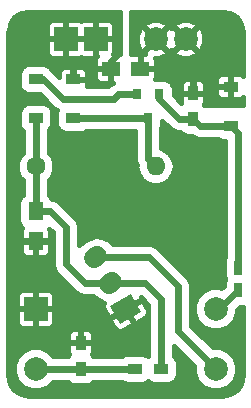
<source format=gbr>
G04 #@! TF.FileFunction,Copper,L1,Top,Signal*
%FSLAX46Y46*%
G04 Gerber Fmt 4.6, Leading zero omitted, Abs format (unit mm)*
G04 Created by KiCad (PCBNEW 4.0.7) date 03/18/18 11:32:05*
%MOMM*%
%LPD*%
G01*
G04 APERTURE LIST*
%ADD10C,0.100000*%
%ADD11R,0.750000X1.200000*%
%ADD12R,1.200000X0.900000*%
%ADD13C,1.730000*%
%ADD14R,0.800000X0.900000*%
%ADD15R,0.900000X1.200000*%
%ADD16R,2.000000X2.000000*%
%ADD17C,2.000000*%
%ADD18R,1.500000X1.250000*%
%ADD19R,1.250000X1.500000*%
%ADD20C,1.600000*%
%ADD21O,1.600000X1.600000*%
%ADD22C,0.600000*%
%ADD23C,0.400000*%
G04 APERTURE END LIST*
D10*
D11*
X20955000Y-23180000D03*
X20955000Y-25080000D03*
D12*
X20320000Y-7875000D03*
X20320000Y-11175000D03*
X6985000Y-10540000D03*
X6985000Y-7240000D03*
X3810000Y-7240000D03*
X3810000Y-10540000D03*
D10*
G36*
X11876516Y-25413388D02*
X12741516Y-26911612D01*
X10983484Y-27926612D01*
X10118484Y-26428388D01*
X11876516Y-25413388D01*
X11876516Y-25413388D01*
G37*
D13*
X10289904Y-24395295D02*
X10030096Y-24545295D01*
X9019904Y-22195591D02*
X8760096Y-22345591D01*
D14*
X14285000Y-8525000D03*
X12385000Y-8525000D03*
X13335000Y-10525000D03*
D15*
X17145000Y-8425000D03*
X17145000Y-10625000D03*
D12*
X14435000Y-31750000D03*
X12235000Y-31750000D03*
D15*
X7620000Y-31750000D03*
X7620000Y-29550000D03*
D16*
X8890000Y-3810000D03*
D17*
X3810000Y-31750000D03*
D16*
X3810000Y-26670000D03*
X6350000Y-3810000D03*
D17*
X13970000Y-3810000D03*
X16510000Y-3810000D03*
X19050000Y-31750000D03*
X19050000Y-26670000D03*
D18*
X12680000Y-6350000D03*
X10180000Y-6350000D03*
D19*
X3810000Y-18435000D03*
X3810000Y-20935000D03*
D20*
X3810000Y-14605000D03*
D21*
X13970000Y-14605000D03*
D22*
X3810000Y-7240000D02*
X4446000Y-7240000D01*
X10795000Y-8525000D02*
X12385000Y-8525000D01*
X10430000Y-8890000D02*
X10795000Y-8525000D01*
X6096000Y-8890000D02*
X10430000Y-8890000D01*
X4446000Y-7240000D02*
X6096000Y-8890000D01*
X3810000Y-7240000D02*
X3938000Y-7240000D01*
X10180000Y-6350000D02*
X10180000Y-5695000D01*
X10180000Y-5695000D02*
X10795000Y-5080000D01*
X12235000Y-31750000D02*
X7620000Y-31750000D01*
X3810000Y-31750000D02*
X7620000Y-31750000D01*
X8890000Y-22270591D02*
X13380591Y-22270591D01*
X15875000Y-28575000D02*
X19050000Y-31750000D01*
X15875000Y-24765000D02*
X15875000Y-28575000D01*
X13380591Y-22270591D02*
X15875000Y-24765000D01*
X19050000Y-26670000D02*
X19365000Y-26670000D01*
X19365000Y-26670000D02*
X20955000Y-25080000D01*
X20955000Y-23180000D02*
X20955000Y-11810000D01*
X20955000Y-11810000D02*
X20320000Y-11175000D01*
X20320000Y-11175000D02*
X20320000Y-11176000D01*
X20320000Y-11175000D02*
X17695000Y-11175000D01*
X17695000Y-11175000D02*
X17145000Y-10625000D01*
X14285000Y-8525000D02*
X14285000Y-8951000D01*
X14285000Y-8951000D02*
X15959000Y-10625000D01*
X15959000Y-10625000D02*
X17145000Y-10625000D01*
X13040295Y-24470295D02*
X14435000Y-25865000D01*
X14435000Y-25865000D02*
X14435000Y-31750000D01*
X10160000Y-24470295D02*
X13040295Y-24470295D01*
X3810000Y-18435000D02*
X5060000Y-18435000D01*
X7960295Y-24470295D02*
X10160000Y-24470295D01*
X6350000Y-22860000D02*
X7960295Y-24470295D01*
X6350000Y-19725000D02*
X6350000Y-22860000D01*
X5060000Y-18435000D02*
X6350000Y-19725000D01*
X3810000Y-14605000D02*
X3810000Y-18435000D01*
X3810000Y-10540000D02*
X3810000Y-14605000D01*
X13335000Y-10525000D02*
X13335000Y-13970000D01*
X13335000Y-13970000D02*
X13970000Y-14605000D01*
X6985000Y-10540000D02*
X13320000Y-10540000D01*
D23*
G36*
X20315607Y-1652578D02*
X20850211Y-2009789D01*
X21207422Y-2544393D01*
X21350000Y-3261179D01*
X21350000Y-7006472D01*
X21259873Y-6916345D01*
X21039348Y-6825000D01*
X20520000Y-6825000D01*
X20370000Y-6975000D01*
X20370000Y-7825000D01*
X20390000Y-7825000D01*
X20390000Y-7925000D01*
X20370000Y-7925000D01*
X20370000Y-8775000D01*
X20520000Y-8925000D01*
X21039348Y-8925000D01*
X21259873Y-8833655D01*
X21350000Y-8743528D01*
X21350000Y-9452000D01*
X18173451Y-9452000D01*
X18080226Y-9388302D01*
X18103656Y-9364872D01*
X18195000Y-9144347D01*
X18195000Y-8625000D01*
X18045000Y-8475000D01*
X17195000Y-8475000D01*
X17195000Y-8495000D01*
X17095000Y-8495000D01*
X17095000Y-8475000D01*
X16245000Y-8475000D01*
X16095000Y-8625000D01*
X16095000Y-9144347D01*
X16138146Y-9248511D01*
X15500672Y-8611038D01*
X15500672Y-8075000D01*
X15444889Y-7778538D01*
X15397989Y-7705653D01*
X16095000Y-7705653D01*
X16095000Y-8225000D01*
X16245000Y-8375000D01*
X17095000Y-8375000D01*
X17095000Y-7375000D01*
X17195000Y-7375000D01*
X17195000Y-8375000D01*
X18045000Y-8375000D01*
X18195000Y-8225000D01*
X18195000Y-8075000D01*
X19120000Y-8075000D01*
X19120000Y-8444347D01*
X19211344Y-8664872D01*
X19380127Y-8833655D01*
X19600652Y-8925000D01*
X20120000Y-8925000D01*
X20270000Y-8775000D01*
X20270000Y-7925000D01*
X19270000Y-7925000D01*
X19120000Y-8075000D01*
X18195000Y-8075000D01*
X18195000Y-7705653D01*
X18103656Y-7485128D01*
X17934873Y-7316345D01*
X17909061Y-7305653D01*
X19120000Y-7305653D01*
X19120000Y-7675000D01*
X19270000Y-7825000D01*
X20270000Y-7825000D01*
X20270000Y-6975000D01*
X20120000Y-6825000D01*
X19600652Y-6825000D01*
X19380127Y-6916345D01*
X19211344Y-7085128D01*
X19120000Y-7305653D01*
X17909061Y-7305653D01*
X17714348Y-7225000D01*
X17345000Y-7225000D01*
X17195000Y-7375000D01*
X17095000Y-7375000D01*
X16945000Y-7225000D01*
X16575652Y-7225000D01*
X16355127Y-7316345D01*
X16186344Y-7485128D01*
X16095000Y-7705653D01*
X15397989Y-7705653D01*
X15269680Y-7506256D01*
X15002342Y-7323591D01*
X14685000Y-7259328D01*
X13961663Y-7259328D01*
X14030000Y-7094348D01*
X14030000Y-6550000D01*
X13880000Y-6400000D01*
X12730000Y-6400000D01*
X12730000Y-6420000D01*
X12630000Y-6420000D01*
X12630000Y-6400000D01*
X12610000Y-6400000D01*
X12610000Y-6300000D01*
X12630000Y-6300000D01*
X12630000Y-5275000D01*
X12730000Y-5275000D01*
X12730000Y-6300000D01*
X13880000Y-6300000D01*
X14030000Y-6150000D01*
X14030000Y-5605652D01*
X13948907Y-5409878D01*
X14274463Y-5412683D01*
X14864607Y-5174173D01*
X14887980Y-5158556D01*
X14981518Y-4892228D01*
X15498482Y-4892228D01*
X15592020Y-5158556D01*
X16177967Y-5407199D01*
X16814463Y-5412683D01*
X17404607Y-5174173D01*
X17427980Y-5158556D01*
X17521518Y-4892228D01*
X16510000Y-3880711D01*
X15498482Y-4892228D01*
X14981518Y-4892228D01*
X13970000Y-3880711D01*
X12958482Y-4892228D01*
X13040235Y-5125000D01*
X12880000Y-5125000D01*
X12730000Y-5275000D01*
X12630000Y-5275000D01*
X12480000Y-5125000D01*
X11886048Y-5125000D01*
X11894999Y-5080000D01*
X11884000Y-5024704D01*
X11884000Y-4114463D01*
X12367317Y-4114463D01*
X12605827Y-4704607D01*
X12621444Y-4727980D01*
X12887772Y-4821518D01*
X13899289Y-3810000D01*
X14040711Y-3810000D01*
X15052228Y-4821518D01*
X15240000Y-4755570D01*
X15427772Y-4821518D01*
X16439289Y-3810000D01*
X16580711Y-3810000D01*
X17592228Y-4821518D01*
X17858556Y-4727980D01*
X18107199Y-4142033D01*
X18112683Y-3505537D01*
X17874173Y-2915393D01*
X17858556Y-2892020D01*
X17592228Y-2798482D01*
X16580711Y-3810000D01*
X16439289Y-3810000D01*
X15427772Y-2798482D01*
X15240000Y-2864430D01*
X15052228Y-2798482D01*
X14040711Y-3810000D01*
X13899289Y-3810000D01*
X12887772Y-2798482D01*
X12621444Y-2892020D01*
X12372801Y-3477967D01*
X12367317Y-4114463D01*
X11884000Y-4114463D01*
X11884000Y-2727772D01*
X12958482Y-2727772D01*
X13970000Y-3739289D01*
X14981518Y-2727772D01*
X15498482Y-2727772D01*
X16510000Y-3739289D01*
X17521518Y-2727772D01*
X17427980Y-2461444D01*
X16842033Y-2212801D01*
X16205537Y-2207317D01*
X15615393Y-2445827D01*
X15592020Y-2461444D01*
X15498482Y-2727772D01*
X14981518Y-2727772D01*
X14887980Y-2461444D01*
X14302033Y-2212801D01*
X13665537Y-2207317D01*
X13075393Y-2445827D01*
X13052020Y-2461444D01*
X12958482Y-2727772D01*
X11884000Y-2727772D01*
X11884000Y-1510000D01*
X19598821Y-1510000D01*
X20315607Y-1652578D01*
X20315607Y-1652578D01*
G37*
X20315607Y-1652578D02*
X20850211Y-2009789D01*
X21207422Y-2544393D01*
X21350000Y-3261179D01*
X21350000Y-7006472D01*
X21259873Y-6916345D01*
X21039348Y-6825000D01*
X20520000Y-6825000D01*
X20370000Y-6975000D01*
X20370000Y-7825000D01*
X20390000Y-7825000D01*
X20390000Y-7925000D01*
X20370000Y-7925000D01*
X20370000Y-8775000D01*
X20520000Y-8925000D01*
X21039348Y-8925000D01*
X21259873Y-8833655D01*
X21350000Y-8743528D01*
X21350000Y-9452000D01*
X18173451Y-9452000D01*
X18080226Y-9388302D01*
X18103656Y-9364872D01*
X18195000Y-9144347D01*
X18195000Y-8625000D01*
X18045000Y-8475000D01*
X17195000Y-8475000D01*
X17195000Y-8495000D01*
X17095000Y-8495000D01*
X17095000Y-8475000D01*
X16245000Y-8475000D01*
X16095000Y-8625000D01*
X16095000Y-9144347D01*
X16138146Y-9248511D01*
X15500672Y-8611038D01*
X15500672Y-8075000D01*
X15444889Y-7778538D01*
X15397989Y-7705653D01*
X16095000Y-7705653D01*
X16095000Y-8225000D01*
X16245000Y-8375000D01*
X17095000Y-8375000D01*
X17095000Y-7375000D01*
X17195000Y-7375000D01*
X17195000Y-8375000D01*
X18045000Y-8375000D01*
X18195000Y-8225000D01*
X18195000Y-8075000D01*
X19120000Y-8075000D01*
X19120000Y-8444347D01*
X19211344Y-8664872D01*
X19380127Y-8833655D01*
X19600652Y-8925000D01*
X20120000Y-8925000D01*
X20270000Y-8775000D01*
X20270000Y-7925000D01*
X19270000Y-7925000D01*
X19120000Y-8075000D01*
X18195000Y-8075000D01*
X18195000Y-7705653D01*
X18103656Y-7485128D01*
X17934873Y-7316345D01*
X17909061Y-7305653D01*
X19120000Y-7305653D01*
X19120000Y-7675000D01*
X19270000Y-7825000D01*
X20270000Y-7825000D01*
X20270000Y-6975000D01*
X20120000Y-6825000D01*
X19600652Y-6825000D01*
X19380127Y-6916345D01*
X19211344Y-7085128D01*
X19120000Y-7305653D01*
X17909061Y-7305653D01*
X17714348Y-7225000D01*
X17345000Y-7225000D01*
X17195000Y-7375000D01*
X17095000Y-7375000D01*
X16945000Y-7225000D01*
X16575652Y-7225000D01*
X16355127Y-7316345D01*
X16186344Y-7485128D01*
X16095000Y-7705653D01*
X15397989Y-7705653D01*
X15269680Y-7506256D01*
X15002342Y-7323591D01*
X14685000Y-7259328D01*
X13961663Y-7259328D01*
X14030000Y-7094348D01*
X14030000Y-6550000D01*
X13880000Y-6400000D01*
X12730000Y-6400000D01*
X12730000Y-6420000D01*
X12630000Y-6420000D01*
X12630000Y-6400000D01*
X12610000Y-6400000D01*
X12610000Y-6300000D01*
X12630000Y-6300000D01*
X12630000Y-5275000D01*
X12730000Y-5275000D01*
X12730000Y-6300000D01*
X13880000Y-6300000D01*
X14030000Y-6150000D01*
X14030000Y-5605652D01*
X13948907Y-5409878D01*
X14274463Y-5412683D01*
X14864607Y-5174173D01*
X14887980Y-5158556D01*
X14981518Y-4892228D01*
X15498482Y-4892228D01*
X15592020Y-5158556D01*
X16177967Y-5407199D01*
X16814463Y-5412683D01*
X17404607Y-5174173D01*
X17427980Y-5158556D01*
X17521518Y-4892228D01*
X16510000Y-3880711D01*
X15498482Y-4892228D01*
X14981518Y-4892228D01*
X13970000Y-3880711D01*
X12958482Y-4892228D01*
X13040235Y-5125000D01*
X12880000Y-5125000D01*
X12730000Y-5275000D01*
X12630000Y-5275000D01*
X12480000Y-5125000D01*
X11886048Y-5125000D01*
X11894999Y-5080000D01*
X11884000Y-5024704D01*
X11884000Y-4114463D01*
X12367317Y-4114463D01*
X12605827Y-4704607D01*
X12621444Y-4727980D01*
X12887772Y-4821518D01*
X13899289Y-3810000D01*
X14040711Y-3810000D01*
X15052228Y-4821518D01*
X15240000Y-4755570D01*
X15427772Y-4821518D01*
X16439289Y-3810000D01*
X16580711Y-3810000D01*
X17592228Y-4821518D01*
X17858556Y-4727980D01*
X18107199Y-4142033D01*
X18112683Y-3505537D01*
X17874173Y-2915393D01*
X17858556Y-2892020D01*
X17592228Y-2798482D01*
X16580711Y-3810000D01*
X16439289Y-3810000D01*
X15427772Y-2798482D01*
X15240000Y-2864430D01*
X15052228Y-2798482D01*
X14040711Y-3810000D01*
X13899289Y-3810000D01*
X12887772Y-2798482D01*
X12621444Y-2892020D01*
X12372801Y-3477967D01*
X12367317Y-4114463D01*
X11884000Y-4114463D01*
X11884000Y-2727772D01*
X12958482Y-2727772D01*
X13970000Y-3739289D01*
X14981518Y-2727772D01*
X15498482Y-2727772D01*
X16510000Y-3739289D01*
X17521518Y-2727772D01*
X17427980Y-2461444D01*
X16842033Y-2212801D01*
X16205537Y-2207317D01*
X15615393Y-2445827D01*
X15592020Y-2461444D01*
X15498482Y-2727772D01*
X14981518Y-2727772D01*
X14887980Y-2461444D01*
X14302033Y-2212801D01*
X13665537Y-2207317D01*
X13075393Y-2445827D01*
X13052020Y-2461444D01*
X12958482Y-2727772D01*
X11884000Y-2727772D01*
X11884000Y-1510000D01*
X19598821Y-1510000D01*
X20315607Y-1652578D01*
G36*
X12435000Y-8475000D02*
X12455000Y-8475000D01*
X12455000Y-8575000D01*
X12435000Y-8575000D01*
X12435000Y-8595000D01*
X12335000Y-8595000D01*
X12335000Y-8575000D01*
X12315000Y-8575000D01*
X12315000Y-8475000D01*
X12335000Y-8475000D01*
X12335000Y-8455000D01*
X12435000Y-8455000D01*
X12435000Y-8475000D01*
X12435000Y-8475000D01*
G37*
X12435000Y-8475000D02*
X12455000Y-8475000D01*
X12455000Y-8575000D01*
X12435000Y-8575000D01*
X12435000Y-8595000D01*
X12335000Y-8595000D01*
X12335000Y-8575000D01*
X12315000Y-8575000D01*
X12315000Y-8475000D01*
X12335000Y-8475000D01*
X12335000Y-8455000D01*
X12435000Y-8455000D01*
X12435000Y-8475000D01*
G36*
X10976000Y-5125000D02*
X10408958Y-5125000D01*
X10490000Y-4929348D01*
X10490000Y-4010000D01*
X10340000Y-3860000D01*
X8940000Y-3860000D01*
X8940000Y-5260000D01*
X8993236Y-5313236D01*
X8921345Y-5385127D01*
X8830000Y-5605652D01*
X8830000Y-6150000D01*
X8980000Y-6300000D01*
X10130000Y-6300000D01*
X10130000Y-6280000D01*
X10230000Y-6280000D01*
X10230000Y-6300000D01*
X10250000Y-6300000D01*
X10250000Y-6400000D01*
X10230000Y-6400000D01*
X10230000Y-7425000D01*
X10337892Y-7532892D01*
X10035582Y-7734889D01*
X10017183Y-7747183D01*
X9974366Y-7790000D01*
X8185000Y-7790000D01*
X8185000Y-7440000D01*
X8035000Y-7290000D01*
X7035000Y-7290000D01*
X7035000Y-7310000D01*
X6935000Y-7310000D01*
X6935000Y-7290000D01*
X6915000Y-7290000D01*
X6915000Y-7190000D01*
X6935000Y-7190000D01*
X6935000Y-6340000D01*
X7035000Y-6340000D01*
X7035000Y-7190000D01*
X8035000Y-7190000D01*
X8185000Y-7040000D01*
X8185000Y-6670653D01*
X8135025Y-6550000D01*
X8830000Y-6550000D01*
X8830000Y-7094348D01*
X8921345Y-7314873D01*
X9090128Y-7483656D01*
X9310653Y-7575000D01*
X9980000Y-7575000D01*
X10130000Y-7425000D01*
X10130000Y-6400000D01*
X8980000Y-6400000D01*
X8830000Y-6550000D01*
X8135025Y-6550000D01*
X8093656Y-6450128D01*
X7924873Y-6281345D01*
X7704348Y-6190000D01*
X7185000Y-6190000D01*
X7035000Y-6340000D01*
X6935000Y-6340000D01*
X6785000Y-6190000D01*
X6265652Y-6190000D01*
X6045127Y-6281345D01*
X5876344Y-6450128D01*
X5785000Y-6670653D01*
X5785000Y-7023366D01*
X5223817Y-6462183D01*
X5205775Y-6450128D01*
X5093818Y-6375320D01*
X4994680Y-6221256D01*
X4727342Y-6038591D01*
X4410000Y-5974328D01*
X3210000Y-5974328D01*
X2913538Y-6030111D01*
X2641256Y-6205320D01*
X2458591Y-6472658D01*
X2394328Y-6790000D01*
X2394328Y-7690000D01*
X2450111Y-7986462D01*
X2625320Y-8258744D01*
X2892658Y-8441409D01*
X3210000Y-8505672D01*
X4156038Y-8505672D01*
X5318182Y-9667817D01*
X5614700Y-9865944D01*
X5569328Y-10090000D01*
X5569328Y-10990000D01*
X5625111Y-11286462D01*
X5800320Y-11558744D01*
X6067658Y-11741409D01*
X6385000Y-11805672D01*
X7585000Y-11805672D01*
X7881462Y-11749889D01*
X8052234Y-11640000D01*
X12235000Y-11640000D01*
X12235000Y-13970000D01*
X12318733Y-14390952D01*
X12366894Y-14463030D01*
X12338654Y-14605000D01*
X12460447Y-15217293D01*
X12807283Y-15736371D01*
X13326361Y-16083207D01*
X13938654Y-16205000D01*
X14001346Y-16205000D01*
X14613639Y-16083207D01*
X15132717Y-15736371D01*
X15479553Y-15217293D01*
X15601346Y-14605000D01*
X15479553Y-13992707D01*
X15132717Y-13473629D01*
X14613639Y-13126793D01*
X14435000Y-13091259D01*
X14435000Y-11367581D01*
X14486409Y-11292342D01*
X14550672Y-10975000D01*
X14550672Y-10772307D01*
X15181183Y-11402818D01*
X15538049Y-11641268D01*
X15959000Y-11725000D01*
X16066084Y-11725000D01*
X16110320Y-11793744D01*
X16377658Y-11976409D01*
X16695000Y-12040672D01*
X17048666Y-12040672D01*
X17274048Y-12191267D01*
X17695000Y-12275000D01*
X19254242Y-12275000D01*
X19402658Y-12376409D01*
X19720000Y-12440672D01*
X19855000Y-12440672D01*
X19855000Y-22224007D01*
X19828591Y-22262658D01*
X19764328Y-22580000D01*
X19764328Y-23780000D01*
X19820111Y-24076462D01*
X19852788Y-24127244D01*
X19828591Y-24162658D01*
X19764328Y-24480000D01*
X19764328Y-24715037D01*
X19550536Y-24928829D01*
X19409613Y-24870313D01*
X18693529Y-24869688D01*
X18031714Y-25143145D01*
X17524924Y-25649051D01*
X17250313Y-26310387D01*
X17249688Y-27026471D01*
X17523145Y-27688286D01*
X18029051Y-28195076D01*
X18690387Y-28469687D01*
X19406471Y-28470312D01*
X20068286Y-28196855D01*
X20575076Y-27690949D01*
X20849687Y-27029613D01*
X20849939Y-26740695D01*
X21094963Y-26495672D01*
X21330000Y-26495672D01*
X21350000Y-26491909D01*
X21350000Y-32298821D01*
X21207422Y-33015607D01*
X20850211Y-33550211D01*
X20315607Y-33907422D01*
X19598821Y-34050000D01*
X3261179Y-34050000D01*
X2544393Y-33907422D01*
X2009789Y-33550211D01*
X1652578Y-33015607D01*
X1510000Y-32298821D01*
X1510000Y-32106471D01*
X2009688Y-32106471D01*
X2283145Y-32768286D01*
X2789051Y-33275076D01*
X3450387Y-33549687D01*
X4166471Y-33550312D01*
X4828286Y-33276855D01*
X5255887Y-32850000D01*
X6541084Y-32850000D01*
X6585320Y-32918744D01*
X6852658Y-33101409D01*
X7170000Y-33165672D01*
X8070000Y-33165672D01*
X8366462Y-33109889D01*
X8638744Y-32934680D01*
X8696604Y-32850000D01*
X11169242Y-32850000D01*
X11317658Y-32951409D01*
X11635000Y-33015672D01*
X12835000Y-33015672D01*
X13131462Y-32959889D01*
X13336743Y-32827794D01*
X13517658Y-32951409D01*
X13835000Y-33015672D01*
X15035000Y-33015672D01*
X15331462Y-32959889D01*
X15603744Y-32784680D01*
X15786409Y-32517342D01*
X15850672Y-32200000D01*
X15850672Y-31300000D01*
X15794889Y-31003538D01*
X15619680Y-30731256D01*
X15535000Y-30673396D01*
X15535000Y-29790634D01*
X17250212Y-31505847D01*
X17249688Y-32106471D01*
X17523145Y-32768286D01*
X18029051Y-33275076D01*
X18690387Y-33549687D01*
X19406471Y-33550312D01*
X20068286Y-33276855D01*
X20575076Y-32770949D01*
X20849687Y-32109613D01*
X20850312Y-31393529D01*
X20576855Y-30731714D01*
X20070949Y-30224924D01*
X19409613Y-29950313D01*
X18805420Y-29949786D01*
X16975000Y-28119366D01*
X16975000Y-24765000D01*
X16891267Y-24344048D01*
X16652817Y-23987183D01*
X14158408Y-21492774D01*
X13801543Y-21254324D01*
X13380591Y-21170591D01*
X10339404Y-21170591D01*
X10064285Y-20856879D01*
X9481632Y-20569545D01*
X8833372Y-20527057D01*
X8218198Y-20735880D01*
X7896802Y-20921438D01*
X7450000Y-21313273D01*
X7450000Y-19725000D01*
X7366267Y-19304048D01*
X7286722Y-19185000D01*
X7127817Y-18947182D01*
X5837817Y-17657183D01*
X5480952Y-17418733D01*
X5175181Y-17357911D01*
X5019680Y-17116256D01*
X4910000Y-17041315D01*
X4910000Y-15767688D01*
X5165623Y-15512511D01*
X5409722Y-14924656D01*
X5410277Y-14288137D01*
X5167205Y-13699857D01*
X4910000Y-13442202D01*
X4910000Y-11618916D01*
X4978744Y-11574680D01*
X5161409Y-11307342D01*
X5225672Y-10990000D01*
X5225672Y-10090000D01*
X5169889Y-9793538D01*
X4994680Y-9521256D01*
X4727342Y-9338591D01*
X4410000Y-9274328D01*
X3210000Y-9274328D01*
X2913538Y-9330111D01*
X2641256Y-9505320D01*
X2458591Y-9772658D01*
X2394328Y-10090000D01*
X2394328Y-10990000D01*
X2450111Y-11286462D01*
X2625320Y-11558744D01*
X2710000Y-11616604D01*
X2710000Y-13442312D01*
X2454377Y-13697489D01*
X2210278Y-14285344D01*
X2209723Y-14921863D01*
X2452795Y-15510143D01*
X2710000Y-15767798D01*
X2710000Y-17039997D01*
X2616256Y-17100320D01*
X2433591Y-17367658D01*
X2369328Y-17685000D01*
X2369328Y-19185000D01*
X2425111Y-19481462D01*
X2600320Y-19753744D01*
X2699774Y-19821698D01*
X2676344Y-19845128D01*
X2585000Y-20065653D01*
X2585000Y-20735000D01*
X2735000Y-20885000D01*
X3760000Y-20885000D01*
X3760000Y-20865000D01*
X3860000Y-20865000D01*
X3860000Y-20885000D01*
X4885000Y-20885000D01*
X5035000Y-20735000D01*
X5035000Y-20065653D01*
X4964277Y-19894911D01*
X5250000Y-20180635D01*
X5250000Y-22860000D01*
X5333733Y-23280952D01*
X5393431Y-23370296D01*
X5572183Y-23637817D01*
X7182478Y-25248112D01*
X7539343Y-25486562D01*
X7960295Y-25570295D01*
X8710596Y-25570295D01*
X8985714Y-25884007D01*
X9566448Y-26170394D01*
X9508040Y-26388377D01*
X9539195Y-26625030D01*
X9658542Y-26831746D01*
X9931369Y-27304295D01*
X10136273Y-27359199D01*
X11361699Y-26651699D01*
X11351699Y-26634378D01*
X11438301Y-26584378D01*
X11448301Y-26601699D01*
X12673727Y-25894199D01*
X12723354Y-25708988D01*
X13335000Y-26320635D01*
X13335000Y-26822795D01*
X13320805Y-26714970D01*
X13201458Y-26508254D01*
X12928631Y-26035705D01*
X12723727Y-25980801D01*
X11498301Y-26688301D01*
X12130801Y-27783823D01*
X12335705Y-27838727D01*
X13144873Y-27371554D01*
X13290182Y-27182185D01*
X13335000Y-27014920D01*
X13335000Y-30671084D01*
X13333257Y-30672206D01*
X13152342Y-30548591D01*
X12835000Y-30484328D01*
X11635000Y-30484328D01*
X11338538Y-30540111D01*
X11167766Y-30650000D01*
X8698916Y-30650000D01*
X8654680Y-30581256D01*
X8555226Y-30513302D01*
X8578656Y-30489872D01*
X8670000Y-30269347D01*
X8670000Y-29750000D01*
X8520000Y-29600000D01*
X7670000Y-29600000D01*
X7670000Y-29620000D01*
X7570000Y-29620000D01*
X7570000Y-29600000D01*
X6720000Y-29600000D01*
X6570000Y-29750000D01*
X6570000Y-30269347D01*
X6661344Y-30489872D01*
X6683725Y-30512253D01*
X6601256Y-30565320D01*
X6543396Y-30650000D01*
X5255284Y-30650000D01*
X4830949Y-30224924D01*
X4169613Y-29950313D01*
X3453529Y-29949688D01*
X2791714Y-30223145D01*
X2284924Y-30729051D01*
X2010313Y-31390387D01*
X2009688Y-32106471D01*
X1510000Y-32106471D01*
X1510000Y-28830653D01*
X6570000Y-28830653D01*
X6570000Y-29350000D01*
X6720000Y-29500000D01*
X7570000Y-29500000D01*
X7570000Y-28500000D01*
X7670000Y-28500000D01*
X7670000Y-29500000D01*
X8520000Y-29500000D01*
X8670000Y-29350000D01*
X8670000Y-28830653D01*
X8578656Y-28610128D01*
X8409873Y-28441345D01*
X8189348Y-28350000D01*
X7820000Y-28350000D01*
X7670000Y-28500000D01*
X7570000Y-28500000D01*
X7420000Y-28350000D01*
X7050652Y-28350000D01*
X6830127Y-28441345D01*
X6661344Y-28610128D01*
X6570000Y-28830653D01*
X1510000Y-28830653D01*
X1510000Y-26870000D01*
X2210000Y-26870000D01*
X2210000Y-27789348D01*
X2301345Y-28009873D01*
X2470128Y-28178656D01*
X2690653Y-28270000D01*
X3610000Y-28270000D01*
X3760000Y-28120000D01*
X3760000Y-26720000D01*
X3860000Y-26720000D01*
X3860000Y-28120000D01*
X4010000Y-28270000D01*
X4929347Y-28270000D01*
X5149872Y-28178656D01*
X5318655Y-28009873D01*
X5410000Y-27789348D01*
X5410000Y-27650705D01*
X10131369Y-27650705D01*
X10404195Y-28123254D01*
X10523543Y-28329970D01*
X10712913Y-28475278D01*
X10943474Y-28537057D01*
X11180127Y-28505901D01*
X11989295Y-28038727D01*
X12044199Y-27833823D01*
X11411699Y-26738301D01*
X10186273Y-27445801D01*
X10131369Y-27650705D01*
X5410000Y-27650705D01*
X5410000Y-26870000D01*
X5260000Y-26720000D01*
X3860000Y-26720000D01*
X3760000Y-26720000D01*
X2360000Y-26720000D01*
X2210000Y-26870000D01*
X1510000Y-26870000D01*
X1510000Y-25550652D01*
X2210000Y-25550652D01*
X2210000Y-26470000D01*
X2360000Y-26620000D01*
X3760000Y-26620000D01*
X3760000Y-25220000D01*
X3860000Y-25220000D01*
X3860000Y-26620000D01*
X5260000Y-26620000D01*
X5410000Y-26470000D01*
X5410000Y-25550652D01*
X5318655Y-25330127D01*
X5149872Y-25161344D01*
X4929347Y-25070000D01*
X4010000Y-25070000D01*
X3860000Y-25220000D01*
X3760000Y-25220000D01*
X3610000Y-25070000D01*
X2690653Y-25070000D01*
X2470128Y-25161344D01*
X2301345Y-25330127D01*
X2210000Y-25550652D01*
X1510000Y-25550652D01*
X1510000Y-21135000D01*
X2585000Y-21135000D01*
X2585000Y-21804347D01*
X2676344Y-22024872D01*
X2845127Y-22193655D01*
X3065652Y-22285000D01*
X3610000Y-22285000D01*
X3760000Y-22135000D01*
X3760000Y-20985000D01*
X3860000Y-20985000D01*
X3860000Y-22135000D01*
X4010000Y-22285000D01*
X4554348Y-22285000D01*
X4774873Y-22193655D01*
X4943656Y-22024872D01*
X5035000Y-21804347D01*
X5035000Y-21135000D01*
X4885000Y-20985000D01*
X3860000Y-20985000D01*
X3760000Y-20985000D01*
X2735000Y-20985000D01*
X2585000Y-21135000D01*
X1510000Y-21135000D01*
X1510000Y-4010000D01*
X4750000Y-4010000D01*
X4750000Y-4929348D01*
X4841345Y-5149873D01*
X5010128Y-5318656D01*
X5230653Y-5410000D01*
X6150000Y-5410000D01*
X6300000Y-5260000D01*
X6300000Y-3860000D01*
X6400000Y-3860000D01*
X6400000Y-5260000D01*
X6550000Y-5410000D01*
X7469347Y-5410000D01*
X7620000Y-5347598D01*
X7770653Y-5410000D01*
X8690000Y-5410000D01*
X8840000Y-5260000D01*
X8840000Y-3860000D01*
X6400000Y-3860000D01*
X6300000Y-3860000D01*
X4900000Y-3860000D01*
X4750000Y-4010000D01*
X1510000Y-4010000D01*
X1510000Y-3261179D01*
X1623485Y-2690652D01*
X4750000Y-2690652D01*
X4750000Y-3610000D01*
X4900000Y-3760000D01*
X6300000Y-3760000D01*
X6300000Y-2360000D01*
X6400000Y-2360000D01*
X6400000Y-3760000D01*
X8840000Y-3760000D01*
X8840000Y-2360000D01*
X8940000Y-2360000D01*
X8940000Y-3760000D01*
X10340000Y-3760000D01*
X10490000Y-3610000D01*
X10490000Y-2690652D01*
X10398655Y-2470127D01*
X10229872Y-2301344D01*
X10009347Y-2210000D01*
X9090000Y-2210000D01*
X8940000Y-2360000D01*
X8840000Y-2360000D01*
X8690000Y-2210000D01*
X7770653Y-2210000D01*
X7620000Y-2272402D01*
X7469347Y-2210000D01*
X6550000Y-2210000D01*
X6400000Y-2360000D01*
X6300000Y-2360000D01*
X6150000Y-2210000D01*
X5230653Y-2210000D01*
X5010128Y-2301344D01*
X4841345Y-2470127D01*
X4750000Y-2690652D01*
X1623485Y-2690652D01*
X1652578Y-2544393D01*
X2009789Y-2009789D01*
X2544393Y-1652578D01*
X3261179Y-1510000D01*
X10976000Y-1510000D01*
X10976000Y-5125000D01*
X10976000Y-5125000D01*
G37*
X10976000Y-5125000D02*
X10408958Y-5125000D01*
X10490000Y-4929348D01*
X10490000Y-4010000D01*
X10340000Y-3860000D01*
X8940000Y-3860000D01*
X8940000Y-5260000D01*
X8993236Y-5313236D01*
X8921345Y-5385127D01*
X8830000Y-5605652D01*
X8830000Y-6150000D01*
X8980000Y-6300000D01*
X10130000Y-6300000D01*
X10130000Y-6280000D01*
X10230000Y-6280000D01*
X10230000Y-6300000D01*
X10250000Y-6300000D01*
X10250000Y-6400000D01*
X10230000Y-6400000D01*
X10230000Y-7425000D01*
X10337892Y-7532892D01*
X10035582Y-7734889D01*
X10017183Y-7747183D01*
X9974366Y-7790000D01*
X8185000Y-7790000D01*
X8185000Y-7440000D01*
X8035000Y-7290000D01*
X7035000Y-7290000D01*
X7035000Y-7310000D01*
X6935000Y-7310000D01*
X6935000Y-7290000D01*
X6915000Y-7290000D01*
X6915000Y-7190000D01*
X6935000Y-7190000D01*
X6935000Y-6340000D01*
X7035000Y-6340000D01*
X7035000Y-7190000D01*
X8035000Y-7190000D01*
X8185000Y-7040000D01*
X8185000Y-6670653D01*
X8135025Y-6550000D01*
X8830000Y-6550000D01*
X8830000Y-7094348D01*
X8921345Y-7314873D01*
X9090128Y-7483656D01*
X9310653Y-7575000D01*
X9980000Y-7575000D01*
X10130000Y-7425000D01*
X10130000Y-6400000D01*
X8980000Y-6400000D01*
X8830000Y-6550000D01*
X8135025Y-6550000D01*
X8093656Y-6450128D01*
X7924873Y-6281345D01*
X7704348Y-6190000D01*
X7185000Y-6190000D01*
X7035000Y-6340000D01*
X6935000Y-6340000D01*
X6785000Y-6190000D01*
X6265652Y-6190000D01*
X6045127Y-6281345D01*
X5876344Y-6450128D01*
X5785000Y-6670653D01*
X5785000Y-7023366D01*
X5223817Y-6462183D01*
X5205775Y-6450128D01*
X5093818Y-6375320D01*
X4994680Y-6221256D01*
X4727342Y-6038591D01*
X4410000Y-5974328D01*
X3210000Y-5974328D01*
X2913538Y-6030111D01*
X2641256Y-6205320D01*
X2458591Y-6472658D01*
X2394328Y-6790000D01*
X2394328Y-7690000D01*
X2450111Y-7986462D01*
X2625320Y-8258744D01*
X2892658Y-8441409D01*
X3210000Y-8505672D01*
X4156038Y-8505672D01*
X5318182Y-9667817D01*
X5614700Y-9865944D01*
X5569328Y-10090000D01*
X5569328Y-10990000D01*
X5625111Y-11286462D01*
X5800320Y-11558744D01*
X6067658Y-11741409D01*
X6385000Y-11805672D01*
X7585000Y-11805672D01*
X7881462Y-11749889D01*
X8052234Y-11640000D01*
X12235000Y-11640000D01*
X12235000Y-13970000D01*
X12318733Y-14390952D01*
X12366894Y-14463030D01*
X12338654Y-14605000D01*
X12460447Y-15217293D01*
X12807283Y-15736371D01*
X13326361Y-16083207D01*
X13938654Y-16205000D01*
X14001346Y-16205000D01*
X14613639Y-16083207D01*
X15132717Y-15736371D01*
X15479553Y-15217293D01*
X15601346Y-14605000D01*
X15479553Y-13992707D01*
X15132717Y-13473629D01*
X14613639Y-13126793D01*
X14435000Y-13091259D01*
X14435000Y-11367581D01*
X14486409Y-11292342D01*
X14550672Y-10975000D01*
X14550672Y-10772307D01*
X15181183Y-11402818D01*
X15538049Y-11641268D01*
X15959000Y-11725000D01*
X16066084Y-11725000D01*
X16110320Y-11793744D01*
X16377658Y-11976409D01*
X16695000Y-12040672D01*
X17048666Y-12040672D01*
X17274048Y-12191267D01*
X17695000Y-12275000D01*
X19254242Y-12275000D01*
X19402658Y-12376409D01*
X19720000Y-12440672D01*
X19855000Y-12440672D01*
X19855000Y-22224007D01*
X19828591Y-22262658D01*
X19764328Y-22580000D01*
X19764328Y-23780000D01*
X19820111Y-24076462D01*
X19852788Y-24127244D01*
X19828591Y-24162658D01*
X19764328Y-24480000D01*
X19764328Y-24715037D01*
X19550536Y-24928829D01*
X19409613Y-24870313D01*
X18693529Y-24869688D01*
X18031714Y-25143145D01*
X17524924Y-25649051D01*
X17250313Y-26310387D01*
X17249688Y-27026471D01*
X17523145Y-27688286D01*
X18029051Y-28195076D01*
X18690387Y-28469687D01*
X19406471Y-28470312D01*
X20068286Y-28196855D01*
X20575076Y-27690949D01*
X20849687Y-27029613D01*
X20849939Y-26740695D01*
X21094963Y-26495672D01*
X21330000Y-26495672D01*
X21350000Y-26491909D01*
X21350000Y-32298821D01*
X21207422Y-33015607D01*
X20850211Y-33550211D01*
X20315607Y-33907422D01*
X19598821Y-34050000D01*
X3261179Y-34050000D01*
X2544393Y-33907422D01*
X2009789Y-33550211D01*
X1652578Y-33015607D01*
X1510000Y-32298821D01*
X1510000Y-32106471D01*
X2009688Y-32106471D01*
X2283145Y-32768286D01*
X2789051Y-33275076D01*
X3450387Y-33549687D01*
X4166471Y-33550312D01*
X4828286Y-33276855D01*
X5255887Y-32850000D01*
X6541084Y-32850000D01*
X6585320Y-32918744D01*
X6852658Y-33101409D01*
X7170000Y-33165672D01*
X8070000Y-33165672D01*
X8366462Y-33109889D01*
X8638744Y-32934680D01*
X8696604Y-32850000D01*
X11169242Y-32850000D01*
X11317658Y-32951409D01*
X11635000Y-33015672D01*
X12835000Y-33015672D01*
X13131462Y-32959889D01*
X13336743Y-32827794D01*
X13517658Y-32951409D01*
X13835000Y-33015672D01*
X15035000Y-33015672D01*
X15331462Y-32959889D01*
X15603744Y-32784680D01*
X15786409Y-32517342D01*
X15850672Y-32200000D01*
X15850672Y-31300000D01*
X15794889Y-31003538D01*
X15619680Y-30731256D01*
X15535000Y-30673396D01*
X15535000Y-29790634D01*
X17250212Y-31505847D01*
X17249688Y-32106471D01*
X17523145Y-32768286D01*
X18029051Y-33275076D01*
X18690387Y-33549687D01*
X19406471Y-33550312D01*
X20068286Y-33276855D01*
X20575076Y-32770949D01*
X20849687Y-32109613D01*
X20850312Y-31393529D01*
X20576855Y-30731714D01*
X20070949Y-30224924D01*
X19409613Y-29950313D01*
X18805420Y-29949786D01*
X16975000Y-28119366D01*
X16975000Y-24765000D01*
X16891267Y-24344048D01*
X16652817Y-23987183D01*
X14158408Y-21492774D01*
X13801543Y-21254324D01*
X13380591Y-21170591D01*
X10339404Y-21170591D01*
X10064285Y-20856879D01*
X9481632Y-20569545D01*
X8833372Y-20527057D01*
X8218198Y-20735880D01*
X7896802Y-20921438D01*
X7450000Y-21313273D01*
X7450000Y-19725000D01*
X7366267Y-19304048D01*
X7286722Y-19185000D01*
X7127817Y-18947182D01*
X5837817Y-17657183D01*
X5480952Y-17418733D01*
X5175181Y-17357911D01*
X5019680Y-17116256D01*
X4910000Y-17041315D01*
X4910000Y-15767688D01*
X5165623Y-15512511D01*
X5409722Y-14924656D01*
X5410277Y-14288137D01*
X5167205Y-13699857D01*
X4910000Y-13442202D01*
X4910000Y-11618916D01*
X4978744Y-11574680D01*
X5161409Y-11307342D01*
X5225672Y-10990000D01*
X5225672Y-10090000D01*
X5169889Y-9793538D01*
X4994680Y-9521256D01*
X4727342Y-9338591D01*
X4410000Y-9274328D01*
X3210000Y-9274328D01*
X2913538Y-9330111D01*
X2641256Y-9505320D01*
X2458591Y-9772658D01*
X2394328Y-10090000D01*
X2394328Y-10990000D01*
X2450111Y-11286462D01*
X2625320Y-11558744D01*
X2710000Y-11616604D01*
X2710000Y-13442312D01*
X2454377Y-13697489D01*
X2210278Y-14285344D01*
X2209723Y-14921863D01*
X2452795Y-15510143D01*
X2710000Y-15767798D01*
X2710000Y-17039997D01*
X2616256Y-17100320D01*
X2433591Y-17367658D01*
X2369328Y-17685000D01*
X2369328Y-19185000D01*
X2425111Y-19481462D01*
X2600320Y-19753744D01*
X2699774Y-19821698D01*
X2676344Y-19845128D01*
X2585000Y-20065653D01*
X2585000Y-20735000D01*
X2735000Y-20885000D01*
X3760000Y-20885000D01*
X3760000Y-20865000D01*
X3860000Y-20865000D01*
X3860000Y-20885000D01*
X4885000Y-20885000D01*
X5035000Y-20735000D01*
X5035000Y-20065653D01*
X4964277Y-19894911D01*
X5250000Y-20180635D01*
X5250000Y-22860000D01*
X5333733Y-23280952D01*
X5393431Y-23370296D01*
X5572183Y-23637817D01*
X7182478Y-25248112D01*
X7539343Y-25486562D01*
X7960295Y-25570295D01*
X8710596Y-25570295D01*
X8985714Y-25884007D01*
X9566448Y-26170394D01*
X9508040Y-26388377D01*
X9539195Y-26625030D01*
X9658542Y-26831746D01*
X9931369Y-27304295D01*
X10136273Y-27359199D01*
X11361699Y-26651699D01*
X11351699Y-26634378D01*
X11438301Y-26584378D01*
X11448301Y-26601699D01*
X12673727Y-25894199D01*
X12723354Y-25708988D01*
X13335000Y-26320635D01*
X13335000Y-26822795D01*
X13320805Y-26714970D01*
X13201458Y-26508254D01*
X12928631Y-26035705D01*
X12723727Y-25980801D01*
X11498301Y-26688301D01*
X12130801Y-27783823D01*
X12335705Y-27838727D01*
X13144873Y-27371554D01*
X13290182Y-27182185D01*
X13335000Y-27014920D01*
X13335000Y-30671084D01*
X13333257Y-30672206D01*
X13152342Y-30548591D01*
X12835000Y-30484328D01*
X11635000Y-30484328D01*
X11338538Y-30540111D01*
X11167766Y-30650000D01*
X8698916Y-30650000D01*
X8654680Y-30581256D01*
X8555226Y-30513302D01*
X8578656Y-30489872D01*
X8670000Y-30269347D01*
X8670000Y-29750000D01*
X8520000Y-29600000D01*
X7670000Y-29600000D01*
X7670000Y-29620000D01*
X7570000Y-29620000D01*
X7570000Y-29600000D01*
X6720000Y-29600000D01*
X6570000Y-29750000D01*
X6570000Y-30269347D01*
X6661344Y-30489872D01*
X6683725Y-30512253D01*
X6601256Y-30565320D01*
X6543396Y-30650000D01*
X5255284Y-30650000D01*
X4830949Y-30224924D01*
X4169613Y-29950313D01*
X3453529Y-29949688D01*
X2791714Y-30223145D01*
X2284924Y-30729051D01*
X2010313Y-31390387D01*
X2009688Y-32106471D01*
X1510000Y-32106471D01*
X1510000Y-28830653D01*
X6570000Y-28830653D01*
X6570000Y-29350000D01*
X6720000Y-29500000D01*
X7570000Y-29500000D01*
X7570000Y-28500000D01*
X7670000Y-28500000D01*
X7670000Y-29500000D01*
X8520000Y-29500000D01*
X8670000Y-29350000D01*
X8670000Y-28830653D01*
X8578656Y-28610128D01*
X8409873Y-28441345D01*
X8189348Y-28350000D01*
X7820000Y-28350000D01*
X7670000Y-28500000D01*
X7570000Y-28500000D01*
X7420000Y-28350000D01*
X7050652Y-28350000D01*
X6830127Y-28441345D01*
X6661344Y-28610128D01*
X6570000Y-28830653D01*
X1510000Y-28830653D01*
X1510000Y-26870000D01*
X2210000Y-26870000D01*
X2210000Y-27789348D01*
X2301345Y-28009873D01*
X2470128Y-28178656D01*
X2690653Y-28270000D01*
X3610000Y-28270000D01*
X3760000Y-28120000D01*
X3760000Y-26720000D01*
X3860000Y-26720000D01*
X3860000Y-28120000D01*
X4010000Y-28270000D01*
X4929347Y-28270000D01*
X5149872Y-28178656D01*
X5318655Y-28009873D01*
X5410000Y-27789348D01*
X5410000Y-27650705D01*
X10131369Y-27650705D01*
X10404195Y-28123254D01*
X10523543Y-28329970D01*
X10712913Y-28475278D01*
X10943474Y-28537057D01*
X11180127Y-28505901D01*
X11989295Y-28038727D01*
X12044199Y-27833823D01*
X11411699Y-26738301D01*
X10186273Y-27445801D01*
X10131369Y-27650705D01*
X5410000Y-27650705D01*
X5410000Y-26870000D01*
X5260000Y-26720000D01*
X3860000Y-26720000D01*
X3760000Y-26720000D01*
X2360000Y-26720000D01*
X2210000Y-26870000D01*
X1510000Y-26870000D01*
X1510000Y-25550652D01*
X2210000Y-25550652D01*
X2210000Y-26470000D01*
X2360000Y-26620000D01*
X3760000Y-26620000D01*
X3760000Y-25220000D01*
X3860000Y-25220000D01*
X3860000Y-26620000D01*
X5260000Y-26620000D01*
X5410000Y-26470000D01*
X5410000Y-25550652D01*
X5318655Y-25330127D01*
X5149872Y-25161344D01*
X4929347Y-25070000D01*
X4010000Y-25070000D01*
X3860000Y-25220000D01*
X3760000Y-25220000D01*
X3610000Y-25070000D01*
X2690653Y-25070000D01*
X2470128Y-25161344D01*
X2301345Y-25330127D01*
X2210000Y-25550652D01*
X1510000Y-25550652D01*
X1510000Y-21135000D01*
X2585000Y-21135000D01*
X2585000Y-21804347D01*
X2676344Y-22024872D01*
X2845127Y-22193655D01*
X3065652Y-22285000D01*
X3610000Y-22285000D01*
X3760000Y-22135000D01*
X3760000Y-20985000D01*
X3860000Y-20985000D01*
X3860000Y-22135000D01*
X4010000Y-22285000D01*
X4554348Y-22285000D01*
X4774873Y-22193655D01*
X4943656Y-22024872D01*
X5035000Y-21804347D01*
X5035000Y-21135000D01*
X4885000Y-20985000D01*
X3860000Y-20985000D01*
X3760000Y-20985000D01*
X2735000Y-20985000D01*
X2585000Y-21135000D01*
X1510000Y-21135000D01*
X1510000Y-4010000D01*
X4750000Y-4010000D01*
X4750000Y-4929348D01*
X4841345Y-5149873D01*
X5010128Y-5318656D01*
X5230653Y-5410000D01*
X6150000Y-5410000D01*
X6300000Y-5260000D01*
X6300000Y-3860000D01*
X6400000Y-3860000D01*
X6400000Y-5260000D01*
X6550000Y-5410000D01*
X7469347Y-5410000D01*
X7620000Y-5347598D01*
X7770653Y-5410000D01*
X8690000Y-5410000D01*
X8840000Y-5260000D01*
X8840000Y-3860000D01*
X6400000Y-3860000D01*
X6300000Y-3860000D01*
X4900000Y-3860000D01*
X4750000Y-4010000D01*
X1510000Y-4010000D01*
X1510000Y-3261179D01*
X1623485Y-2690652D01*
X4750000Y-2690652D01*
X4750000Y-3610000D01*
X4900000Y-3760000D01*
X6300000Y-3760000D01*
X6300000Y-2360000D01*
X6400000Y-2360000D01*
X6400000Y-3760000D01*
X8840000Y-3760000D01*
X8840000Y-2360000D01*
X8940000Y-2360000D01*
X8940000Y-3760000D01*
X10340000Y-3760000D01*
X10490000Y-3610000D01*
X10490000Y-2690652D01*
X10398655Y-2470127D01*
X10229872Y-2301344D01*
X10009347Y-2210000D01*
X9090000Y-2210000D01*
X8940000Y-2360000D01*
X8840000Y-2360000D01*
X8690000Y-2210000D01*
X7770653Y-2210000D01*
X7620000Y-2272402D01*
X7469347Y-2210000D01*
X6550000Y-2210000D01*
X6400000Y-2360000D01*
X6300000Y-2360000D01*
X6150000Y-2210000D01*
X5230653Y-2210000D01*
X5010128Y-2301344D01*
X4841345Y-2470127D01*
X4750000Y-2690652D01*
X1623485Y-2690652D01*
X1652578Y-2544393D01*
X2009789Y-2009789D01*
X2544393Y-1652578D01*
X3261179Y-1510000D01*
X10976000Y-1510000D01*
X10976000Y-5125000D01*
M02*

</source>
